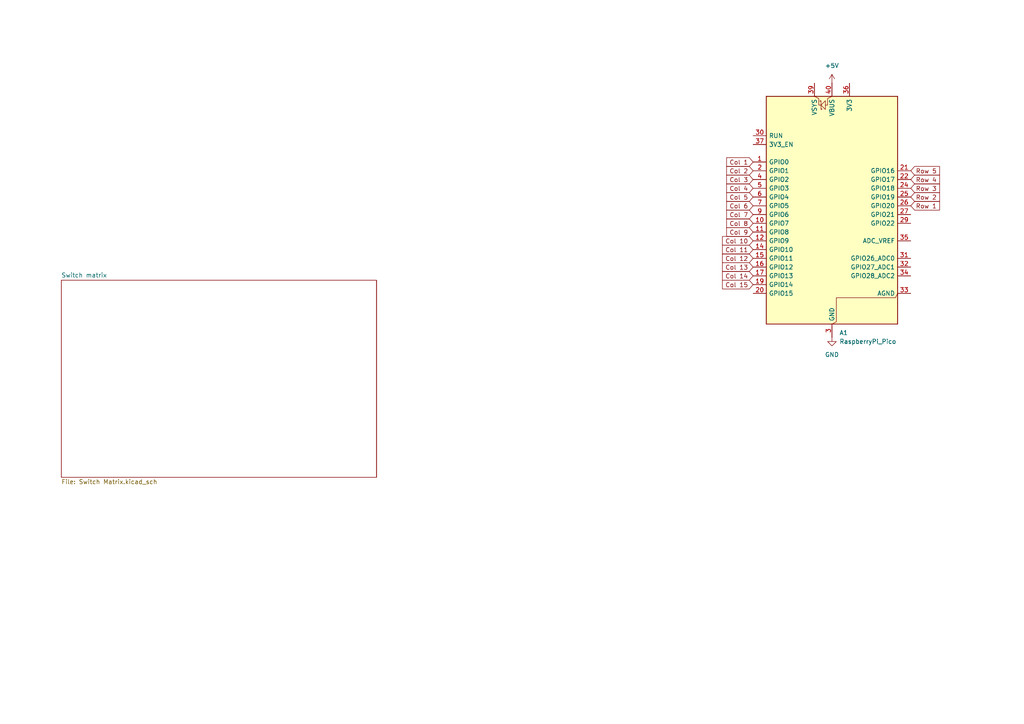
<source format=kicad_sch>
(kicad_sch
	(version 20250114)
	(generator "eeschema")
	(generator_version "9.0")
	(uuid "7183f0ad-b3bd-4d2a-a709-cc8eba9d554c")
	(paper "A4")
	(lib_symbols
		(symbol "MCU_Module:RaspberryPi_Pico"
			(pin_names
				(offset 0.762)
			)
			(exclude_from_sim no)
			(in_bom yes)
			(on_board yes)
			(property "Reference" "A"
				(at -19.05 35.56 0)
				(effects
					(font
						(size 1.27 1.27)
					)
					(justify left)
				)
			)
			(property "Value" "RaspberryPi_Pico"
				(at 7.62 35.56 0)
				(effects
					(font
						(size 1.27 1.27)
					)
					(justify left)
				)
			)
			(property "Footprint" "Module:RaspberryPi_Pico_Common_Unspecified"
				(at 0 -46.99 0)
				(effects
					(font
						(size 1.27 1.27)
					)
					(hide yes)
				)
			)
			(property "Datasheet" "https://datasheets.raspberrypi.com/pico/pico-datasheet.pdf"
				(at 0 -49.53 0)
				(effects
					(font
						(size 1.27 1.27)
					)
					(hide yes)
				)
			)
			(property "Description" "Versatile and inexpensive microcontroller module powered by RP2040 dual-core Arm Cortex-M0+ processor up to 133 MHz, 264kB SRAM, 2MB QSPI flash; also supports Raspberry Pi Pico 2"
				(at 0 -52.07 0)
				(effects
					(font
						(size 1.27 1.27)
					)
					(hide yes)
				)
			)
			(property "ki_keywords" "RP2350A M33 RISC-V Hazard3 usb"
				(at 0 0 0)
				(effects
					(font
						(size 1.27 1.27)
					)
					(hide yes)
				)
			)
			(property "ki_fp_filters" "RaspberryPi?Pico?Common* RaspberryPi?Pico?SMD*"
				(at 0 0 0)
				(effects
					(font
						(size 1.27 1.27)
					)
					(hide yes)
				)
			)
			(symbol "RaspberryPi_Pico_0_1"
				(rectangle
					(start -19.05 34.29)
					(end 19.05 -31.75)
					(stroke
						(width 0.254)
						(type default)
					)
					(fill
						(type background)
					)
				)
				(polyline
					(pts
						(xy -5.08 34.29) (xy -3.81 33.655) (xy -3.81 31.75) (xy -3.175 31.75)
					)
					(stroke
						(width 0)
						(type default)
					)
					(fill
						(type none)
					)
				)
				(polyline
					(pts
						(xy -3.429 32.766) (xy -3.429 33.02) (xy -3.175 33.02) (xy -3.175 30.48) (xy -2.921 30.48) (xy -2.921 30.734)
					)
					(stroke
						(width 0)
						(type default)
					)
					(fill
						(type none)
					)
				)
				(polyline
					(pts
						(xy -3.175 31.75) (xy -1.905 33.02) (xy -1.905 30.48) (xy -3.175 31.75)
					)
					(stroke
						(width 0)
						(type default)
					)
					(fill
						(type none)
					)
				)
				(polyline
					(pts
						(xy 0 34.29) (xy -1.27 33.655) (xy -1.27 31.75) (xy -1.905 31.75)
					)
					(stroke
						(width 0)
						(type default)
					)
					(fill
						(type none)
					)
				)
				(polyline
					(pts
						(xy 0 -31.75) (xy 1.27 -31.115) (xy 1.27 -24.13) (xy 18.415 -24.13) (xy 19.05 -22.86)
					)
					(stroke
						(width 0)
						(type default)
					)
					(fill
						(type none)
					)
				)
			)
			(symbol "RaspberryPi_Pico_1_1"
				(pin passive line
					(at -22.86 22.86 0)
					(length 3.81)
					(name "RUN"
						(effects
							(font
								(size 1.27 1.27)
							)
						)
					)
					(number "30"
						(effects
							(font
								(size 1.27 1.27)
							)
						)
					)
					(alternate "~{RESET}" passive line)
				)
				(pin passive line
					(at -22.86 20.32 0)
					(length 3.81)
					(name "3V3_EN"
						(effects
							(font
								(size 1.27 1.27)
							)
						)
					)
					(number "37"
						(effects
							(font
								(size 1.27 1.27)
							)
						)
					)
					(alternate "~{3V3_DISABLE}" passive line)
				)
				(pin bidirectional line
					(at -22.86 15.24 0)
					(length 3.81)
					(name "GPIO0"
						(effects
							(font
								(size 1.27 1.27)
							)
						)
					)
					(number "1"
						(effects
							(font
								(size 1.27 1.27)
							)
						)
					)
					(alternate "I2C0_SDA" bidirectional line)
					(alternate "PWM0_A" output line)
					(alternate "SPI0_RX" input line)
					(alternate "UART0_TX" output line)
					(alternate "USB_OVCUR_DET" input line)
				)
				(pin bidirectional line
					(at -22.86 12.7 0)
					(length 3.81)
					(name "GPIO1"
						(effects
							(font
								(size 1.27 1.27)
							)
						)
					)
					(number "2"
						(effects
							(font
								(size 1.27 1.27)
							)
						)
					)
					(alternate "I2C0_SCL" bidirectional clock)
					(alternate "PWM0_B" bidirectional line)
					(alternate "UART0_RX" input line)
					(alternate "USB_VBUS_DET" passive line)
					(alternate "~{SPI0_CSn}" bidirectional line)
				)
				(pin bidirectional line
					(at -22.86 10.16 0)
					(length 3.81)
					(name "GPIO2"
						(effects
							(font
								(size 1.27 1.27)
							)
						)
					)
					(number "4"
						(effects
							(font
								(size 1.27 1.27)
							)
						)
					)
					(alternate "I2C1_SDA" bidirectional line)
					(alternate "PWM1_A" output line)
					(alternate "SPI0_SCK" bidirectional clock)
					(alternate "UART0_CTS" input line)
					(alternate "USB_VBUS_EN" output line)
				)
				(pin bidirectional line
					(at -22.86 7.62 0)
					(length 3.81)
					(name "GPIO3"
						(effects
							(font
								(size 1.27 1.27)
							)
						)
					)
					(number "5"
						(effects
							(font
								(size 1.27 1.27)
							)
						)
					)
					(alternate "I2C1_SCL" bidirectional clock)
					(alternate "PWM1_B" bidirectional line)
					(alternate "SPI0_TX" output line)
					(alternate "UART0_RTS" output line)
					(alternate "USB_OVCUR_DET" input line)
				)
				(pin bidirectional line
					(at -22.86 5.08 0)
					(length 3.81)
					(name "GPIO4"
						(effects
							(font
								(size 1.27 1.27)
							)
						)
					)
					(number "6"
						(effects
							(font
								(size 1.27 1.27)
							)
						)
					)
					(alternate "I2C0_SDA" bidirectional line)
					(alternate "PWM2_A" output line)
					(alternate "SPI0_RX" input line)
					(alternate "UART1_TX" output line)
					(alternate "USB_VBUS_DET" input line)
				)
				(pin bidirectional line
					(at -22.86 2.54 0)
					(length 3.81)
					(name "GPIO5"
						(effects
							(font
								(size 1.27 1.27)
							)
						)
					)
					(number "7"
						(effects
							(font
								(size 1.27 1.27)
							)
						)
					)
					(alternate "I2C0_SCL" bidirectional clock)
					(alternate "PWM2_B" bidirectional line)
					(alternate "UART1_RX" input line)
					(alternate "USB_VBUS_EN" output line)
					(alternate "~{SPI0_CSn}" bidirectional line)
				)
				(pin bidirectional line
					(at -22.86 0 0)
					(length 3.81)
					(name "GPIO6"
						(effects
							(font
								(size 1.27 1.27)
							)
						)
					)
					(number "9"
						(effects
							(font
								(size 1.27 1.27)
							)
						)
					)
					(alternate "I2C1_SDA" bidirectional line)
					(alternate "PWM3_A" output line)
					(alternate "SPI0_SCK" bidirectional clock)
					(alternate "UART1_CTS" input line)
					(alternate "USB_OVCUR_DET" input line)
				)
				(pin bidirectional line
					(at -22.86 -2.54 0)
					(length 3.81)
					(name "GPIO7"
						(effects
							(font
								(size 1.27 1.27)
							)
						)
					)
					(number "10"
						(effects
							(font
								(size 1.27 1.27)
							)
						)
					)
					(alternate "I2C1_SCL" bidirectional clock)
					(alternate "PWM3_B" bidirectional line)
					(alternate "SPI0_TX" output line)
					(alternate "UART1_RTS" output line)
					(alternate "USB_VBUS_DET" input line)
				)
				(pin bidirectional line
					(at -22.86 -5.08 0)
					(length 3.81)
					(name "GPIO8"
						(effects
							(font
								(size 1.27 1.27)
							)
						)
					)
					(number "11"
						(effects
							(font
								(size 1.27 1.27)
							)
						)
					)
					(alternate "I2C0_SDA" bidirectional line)
					(alternate "PWM4_A" output line)
					(alternate "SPI1_RX" input line)
					(alternate "UART1_TX" output line)
					(alternate "USB_VBUS_EN" output line)
				)
				(pin bidirectional line
					(at -22.86 -7.62 0)
					(length 3.81)
					(name "GPIO9"
						(effects
							(font
								(size 1.27 1.27)
							)
						)
					)
					(number "12"
						(effects
							(font
								(size 1.27 1.27)
							)
						)
					)
					(alternate "I2C0_SCL" bidirectional clock)
					(alternate "PWM4_B" bidirectional line)
					(alternate "UART1_RX" input line)
					(alternate "USB_OVCUR_DET" input line)
					(alternate "~{SPI1_CSn}" bidirectional line)
				)
				(pin bidirectional line
					(at -22.86 -10.16 0)
					(length 3.81)
					(name "GPIO10"
						(effects
							(font
								(size 1.27 1.27)
							)
						)
					)
					(number "14"
						(effects
							(font
								(size 1.27 1.27)
							)
						)
					)
					(alternate "I2C1_SDA" bidirectional line)
					(alternate "PWM5_A" output line)
					(alternate "SPI1_SCK" bidirectional clock)
					(alternate "UART1_CTS" input line)
					(alternate "USB_VBUS_DET" input line)
				)
				(pin bidirectional line
					(at -22.86 -12.7 0)
					(length 3.81)
					(name "GPIO11"
						(effects
							(font
								(size 1.27 1.27)
							)
						)
					)
					(number "15"
						(effects
							(font
								(size 1.27 1.27)
							)
						)
					)
					(alternate "I2C1_SCL" bidirectional clock)
					(alternate "PWM5_B" bidirectional line)
					(alternate "SPI1_TX" output line)
					(alternate "UART1_RTS" output line)
					(alternate "USB_VBUS_EN" output line)
				)
				(pin bidirectional line
					(at -22.86 -15.24 0)
					(length 3.81)
					(name "GPIO12"
						(effects
							(font
								(size 1.27 1.27)
							)
						)
					)
					(number "16"
						(effects
							(font
								(size 1.27 1.27)
							)
						)
					)
					(alternate "I2C0_SDA" bidirectional line)
					(alternate "PWM6_A" output line)
					(alternate "SPI1_RX" input line)
					(alternate "UART0_TX" output line)
					(alternate "USB_OVCUR_DET" input line)
				)
				(pin bidirectional line
					(at -22.86 -17.78 0)
					(length 3.81)
					(name "GPIO13"
						(effects
							(font
								(size 1.27 1.27)
							)
						)
					)
					(number "17"
						(effects
							(font
								(size 1.27 1.27)
							)
						)
					)
					(alternate "I2C0_SCL" bidirectional clock)
					(alternate "PWM6_B" bidirectional line)
					(alternate "UART0_RX" input line)
					(alternate "USB_VBUS_DET" input line)
					(alternate "~{SPI1_CSn}" bidirectional line)
				)
				(pin bidirectional line
					(at -22.86 -20.32 0)
					(length 3.81)
					(name "GPIO14"
						(effects
							(font
								(size 1.27 1.27)
							)
						)
					)
					(number "19"
						(effects
							(font
								(size 1.27 1.27)
							)
						)
					)
					(alternate "I2C1_SDA" bidirectional line)
					(alternate "PWM7_A" output line)
					(alternate "SPI1_SCK" bidirectional clock)
					(alternate "UART0_CTS" input line)
					(alternate "USB_VBUS_EN" output line)
				)
				(pin bidirectional line
					(at -22.86 -22.86 0)
					(length 3.81)
					(name "GPIO15"
						(effects
							(font
								(size 1.27 1.27)
							)
						)
					)
					(number "20"
						(effects
							(font
								(size 1.27 1.27)
							)
						)
					)
					(alternate "I2C1_SCL" bidirectional clock)
					(alternate "PWM7_B" bidirectional line)
					(alternate "SPI1_TX" output line)
					(alternate "UART0_RTS" output line)
					(alternate "USB_OVCUR_DET" input line)
				)
				(pin power_in line
					(at -5.08 38.1 270)
					(length 3.81)
					(name "VSYS"
						(effects
							(font
								(size 1.27 1.27)
							)
						)
					)
					(number "39"
						(effects
							(font
								(size 1.27 1.27)
							)
						)
					)
					(alternate "VSYS_OUT" power_out line)
				)
				(pin power_out line
					(at 0 38.1 270)
					(length 3.81)
					(name "VBUS"
						(effects
							(font
								(size 1.27 1.27)
							)
						)
					)
					(number "40"
						(effects
							(font
								(size 1.27 1.27)
							)
						)
					)
					(alternate "VBUS_IN" power_in line)
				)
				(pin passive line
					(at 0 -35.56 90)
					(length 3.81)
					(hide yes)
					(name "GND"
						(effects
							(font
								(size 1.27 1.27)
							)
						)
					)
					(number "13"
						(effects
							(font
								(size 1.27 1.27)
							)
						)
					)
				)
				(pin passive line
					(at 0 -35.56 90)
					(length 3.81)
					(hide yes)
					(name "GND"
						(effects
							(font
								(size 1.27 1.27)
							)
						)
					)
					(number "18"
						(effects
							(font
								(size 1.27 1.27)
							)
						)
					)
				)
				(pin passive line
					(at 0 -35.56 90)
					(length 3.81)
					(hide yes)
					(name "GND"
						(effects
							(font
								(size 1.27 1.27)
							)
						)
					)
					(number "23"
						(effects
							(font
								(size 1.27 1.27)
							)
						)
					)
				)
				(pin passive line
					(at 0 -35.56 90)
					(length 3.81)
					(hide yes)
					(name "GND"
						(effects
							(font
								(size 1.27 1.27)
							)
						)
					)
					(number "28"
						(effects
							(font
								(size 1.27 1.27)
							)
						)
					)
				)
				(pin power_out line
					(at 0 -35.56 90)
					(length 3.81)
					(name "GND"
						(effects
							(font
								(size 1.27 1.27)
							)
						)
					)
					(number "3"
						(effects
							(font
								(size 1.27 1.27)
							)
						)
					)
					(alternate "GND_IN" power_in line)
				)
				(pin passive line
					(at 0 -35.56 90)
					(length 3.81)
					(hide yes)
					(name "GND"
						(effects
							(font
								(size 1.27 1.27)
							)
						)
					)
					(number "38"
						(effects
							(font
								(size 1.27 1.27)
							)
						)
					)
				)
				(pin passive line
					(at 0 -35.56 90)
					(length 3.81)
					(hide yes)
					(name "GND"
						(effects
							(font
								(size 1.27 1.27)
							)
						)
					)
					(number "8"
						(effects
							(font
								(size 1.27 1.27)
							)
						)
					)
				)
				(pin power_out line
					(at 5.08 38.1 270)
					(length 3.81)
					(name "3V3"
						(effects
							(font
								(size 1.27 1.27)
							)
						)
					)
					(number "36"
						(effects
							(font
								(size 1.27 1.27)
							)
						)
					)
				)
				(pin bidirectional line
					(at 22.86 12.7 180)
					(length 3.81)
					(name "GPIO16"
						(effects
							(font
								(size 1.27 1.27)
							)
						)
					)
					(number "21"
						(effects
							(font
								(size 1.27 1.27)
							)
						)
					)
					(alternate "I2C0_SDA" bidirectional line)
					(alternate "PWM0_A" output line)
					(alternate "SPI0_RX" input line)
					(alternate "UART0_TX" output line)
					(alternate "USB_VBUS_DET" input line)
				)
				(pin bidirectional line
					(at 22.86 10.16 180)
					(length 3.81)
					(name "GPIO17"
						(effects
							(font
								(size 1.27 1.27)
							)
						)
					)
					(number "22"
						(effects
							(font
								(size 1.27 1.27)
							)
						)
					)
					(alternate "I2C0_SCL" bidirectional clock)
					(alternate "PWM0_B" bidirectional line)
					(alternate "UART0_RX" input line)
					(alternate "USB_VBUS_EN" output line)
					(alternate "~{SPI0_CSn}" bidirectional line)
				)
				(pin bidirectional line
					(at 22.86 7.62 180)
					(length 3.81)
					(name "GPIO18"
						(effects
							(font
								(size 1.27 1.27)
							)
						)
					)
					(number "24"
						(effects
							(font
								(size 1.27 1.27)
							)
						)
					)
					(alternate "I2C1_SDA" bidirectional line)
					(alternate "PWM1_A" output line)
					(alternate "SPI0_SCK" bidirectional clock)
					(alternate "UART0_CTS" input line)
					(alternate "USB_OVCUR_DET" input line)
				)
				(pin bidirectional line
					(at 22.86 5.08 180)
					(length 3.81)
					(name "GPIO19"
						(effects
							(font
								(size 1.27 1.27)
							)
						)
					)
					(number "25"
						(effects
							(font
								(size 1.27 1.27)
							)
						)
					)
					(alternate "I2C1_SCL" bidirectional clock)
					(alternate "PWM1_B" bidirectional line)
					(alternate "SPI0_TX" output line)
					(alternate "UART0_RTS" output line)
					(alternate "USB_VBUS_DET" input line)
				)
				(pin bidirectional line
					(at 22.86 2.54 180)
					(length 3.81)
					(name "GPIO20"
						(effects
							(font
								(size 1.27 1.27)
							)
						)
					)
					(number "26"
						(effects
							(font
								(size 1.27 1.27)
							)
						)
					)
					(alternate "CLOCK_GPIN0" input clock)
					(alternate "I2C0_SDA" bidirectional line)
					(alternate "PWM2_A" output line)
					(alternate "SPI0_RX" input line)
					(alternate "UART1_TX" output line)
					(alternate "USB_VBUS_EN" output line)
				)
				(pin bidirectional line
					(at 22.86 0 180)
					(length 3.81)
					(name "GPIO21"
						(effects
							(font
								(size 1.27 1.27)
							)
						)
					)
					(number "27"
						(effects
							(font
								(size 1.27 1.27)
							)
						)
					)
					(alternate "CLOCK_GPOUT0" output clock)
					(alternate "I2C0_SCL" bidirectional clock)
					(alternate "PWM2_B" bidirectional line)
					(alternate "UART1_RX" input line)
					(alternate "USB_OVCUR_DET" input line)
					(alternate "~{SPI0_CSn}" bidirectional line)
				)
				(pin bidirectional line
					(at 22.86 -2.54 180)
					(length 3.81)
					(name "GPIO22"
						(effects
							(font
								(size 1.27 1.27)
							)
						)
					)
					(number "29"
						(effects
							(font
								(size 1.27 1.27)
							)
						)
					)
					(alternate "CLOCK_GPIN1" input clock)
					(alternate "I2C1_SDA" bidirectional line)
					(alternate "PWM3_A" output line)
					(alternate "SPI0_SCK" bidirectional clock)
					(alternate "UART1_CTS" input line)
					(alternate "USB_VBUS_DET" input line)
				)
				(pin power_in line
					(at 22.86 -7.62 180)
					(length 3.81)
					(name "ADC_VREF"
						(effects
							(font
								(size 1.27 1.27)
							)
						)
					)
					(number "35"
						(effects
							(font
								(size 1.27 1.27)
							)
						)
					)
				)
				(pin bidirectional line
					(at 22.86 -12.7 180)
					(length 3.81)
					(name "GPIO26_ADC0"
						(effects
							(font
								(size 1.27 1.27)
							)
						)
					)
					(number "31"
						(effects
							(font
								(size 1.27 1.27)
							)
						)
					)
					(alternate "ADC0" input line)
					(alternate "GPIO26" bidirectional line)
					(alternate "I2C1_SDA" bidirectional line)
					(alternate "PWM5_A" output line)
					(alternate "SPI1_SCK" bidirectional clock)
					(alternate "UART1_CTS" input line)
					(alternate "USB_VBUS_EN" output line)
				)
				(pin bidirectional line
					(at 22.86 -15.24 180)
					(length 3.81)
					(name "GPIO27_ADC1"
						(effects
							(font
								(size 1.27 1.27)
							)
						)
					)
					(number "32"
						(effects
							(font
								(size 1.27 1.27)
							)
						)
					)
					(alternate "ADC1" input line)
					(alternate "GPIO27" bidirectional line)
					(alternate "I2C1_SCL" bidirectional clock)
					(alternate "PWM5_B" bidirectional line)
					(alternate "SPI1_TX" output line)
					(alternate "UART1_RTS" output line)
					(alternate "USB_OVCUR_DET" input line)
				)
				(pin bidirectional line
					(at 22.86 -17.78 180)
					(length 3.81)
					(name "GPIO28_ADC2"
						(effects
							(font
								(size 1.27 1.27)
							)
						)
					)
					(number "34"
						(effects
							(font
								(size 1.27 1.27)
							)
						)
					)
					(alternate "ADC2" input line)
					(alternate "GPIO28" bidirectional line)
					(alternate "I2C0_SDA" bidirectional line)
					(alternate "PWM6_A" output line)
					(alternate "SPI1_RX" input line)
					(alternate "UART0_TX" output line)
					(alternate "USB_VBUS_DET" input line)
				)
				(pin power_out line
					(at 22.86 -22.86 180)
					(length 3.81)
					(name "AGND"
						(effects
							(font
								(size 1.27 1.27)
							)
						)
					)
					(number "33"
						(effects
							(font
								(size 1.27 1.27)
							)
						)
					)
					(alternate "GND" passive line)
				)
			)
			(embedded_fonts no)
		)
		(symbol "power:+5V"
			(power)
			(pin_numbers
				(hide yes)
			)
			(pin_names
				(offset 0)
				(hide yes)
			)
			(exclude_from_sim no)
			(in_bom yes)
			(on_board yes)
			(property "Reference" "#PWR"
				(at 0 -3.81 0)
				(effects
					(font
						(size 1.27 1.27)
					)
					(hide yes)
				)
			)
			(property "Value" "+5V"
				(at 0 3.556 0)
				(effects
					(font
						(size 1.27 1.27)
					)
				)
			)
			(property "Footprint" ""
				(at 0 0 0)
				(effects
					(font
						(size 1.27 1.27)
					)
					(hide yes)
				)
			)
			(property "Datasheet" ""
				(at 0 0 0)
				(effects
					(font
						(size 1.27 1.27)
					)
					(hide yes)
				)
			)
			(property "Description" "Power symbol creates a global label with name \"+5V\""
				(at 0 0 0)
				(effects
					(font
						(size 1.27 1.27)
					)
					(hide yes)
				)
			)
			(property "ki_keywords" "global power"
				(at 0 0 0)
				(effects
					(font
						(size 1.27 1.27)
					)
					(hide yes)
				)
			)
			(symbol "+5V_0_1"
				(polyline
					(pts
						(xy -0.762 1.27) (xy 0 2.54)
					)
					(stroke
						(width 0)
						(type default)
					)
					(fill
						(type none)
					)
				)
				(polyline
					(pts
						(xy 0 2.54) (xy 0.762 1.27)
					)
					(stroke
						(width 0)
						(type default)
					)
					(fill
						(type none)
					)
				)
				(polyline
					(pts
						(xy 0 0) (xy 0 2.54)
					)
					(stroke
						(width 0)
						(type default)
					)
					(fill
						(type none)
					)
				)
			)
			(symbol "+5V_1_1"
				(pin power_in line
					(at 0 0 90)
					(length 0)
					(name "~"
						(effects
							(font
								(size 1.27 1.27)
							)
						)
					)
					(number "1"
						(effects
							(font
								(size 1.27 1.27)
							)
						)
					)
				)
			)
			(embedded_fonts no)
		)
		(symbol "power:GND"
			(power)
			(pin_numbers
				(hide yes)
			)
			(pin_names
				(offset 0)
				(hide yes)
			)
			(exclude_from_sim no)
			(in_bom yes)
			(on_board yes)
			(property "Reference" "#PWR"
				(at 0 -6.35 0)
				(effects
					(font
						(size 1.27 1.27)
					)
					(hide yes)
				)
			)
			(property "Value" "GND"
				(at 0 -3.81 0)
				(effects
					(font
						(size 1.27 1.27)
					)
				)
			)
			(property "Footprint" ""
				(at 0 0 0)
				(effects
					(font
						(size 1.27 1.27)
					)
					(hide yes)
				)
			)
			(property "Datasheet" ""
				(at 0 0 0)
				(effects
					(font
						(size 1.27 1.27)
					)
					(hide yes)
				)
			)
			(property "Description" "Power symbol creates a global label with name \"GND\" , ground"
				(at 0 0 0)
				(effects
					(font
						(size 1.27 1.27)
					)
					(hide yes)
				)
			)
			(property "ki_keywords" "global power"
				(at 0 0 0)
				(effects
					(font
						(size 1.27 1.27)
					)
					(hide yes)
				)
			)
			(symbol "GND_0_1"
				(polyline
					(pts
						(xy 0 0) (xy 0 -1.27) (xy 1.27 -1.27) (xy 0 -2.54) (xy -1.27 -1.27) (xy 0 -1.27)
					)
					(stroke
						(width 0)
						(type default)
					)
					(fill
						(type none)
					)
				)
			)
			(symbol "GND_1_1"
				(pin power_in line
					(at 0 0 270)
					(length 0)
					(name "~"
						(effects
							(font
								(size 1.27 1.27)
							)
						)
					)
					(number "1"
						(effects
							(font
								(size 1.27 1.27)
							)
						)
					)
				)
			)
			(embedded_fonts no)
		)
	)
	(global_label "Col 10"
		(shape input)
		(at 218.44 69.85 180)
		(fields_autoplaced yes)
		(effects
			(font
				(size 1.27 1.27)
			)
			(justify right)
		)
		(uuid "0d324f70-8adf-4eb9-9a95-eee0089be9fd")
		(property "Intersheetrefs" "${INTERSHEET_REFS}"
			(at 208.984 69.85 0)
			(effects
				(font
					(size 1.27 1.27)
				)
				(justify right)
				(hide yes)
			)
		)
	)
	(global_label "Col 5"
		(shape input)
		(at 218.44 57.15 180)
		(fields_autoplaced yes)
		(effects
			(font
				(size 1.27 1.27)
			)
			(justify right)
		)
		(uuid "17677b1a-f842-4a72-b103-9e662c782cc7")
		(property "Intersheetrefs" "${INTERSHEET_REFS}"
			(at 210.1935 57.15 0)
			(effects
				(font
					(size 1.27 1.27)
				)
				(justify right)
				(hide yes)
			)
		)
	)
	(global_label "Row 4"
		(shape input)
		(at 264.16 52.07 0)
		(fields_autoplaced yes)
		(effects
			(font
				(size 1.27 1.27)
			)
			(justify left)
		)
		(uuid "1a5eb61b-a0b3-4f4a-a0b7-b6fb99a5cf84")
		(property "Intersheetrefs" "${INTERSHEET_REFS}"
			(at 273.0718 52.07 0)
			(effects
				(font
					(size 1.27 1.27)
				)
				(justify left)
				(hide yes)
			)
		)
	)
	(global_label "Row 1"
		(shape input)
		(at 264.16 59.69 0)
		(fields_autoplaced yes)
		(effects
			(font
				(size 1.27 1.27)
			)
			(justify left)
		)
		(uuid "1eda86dc-8275-4d3b-ac95-780925f4b47c")
		(property "Intersheetrefs" "${INTERSHEET_REFS}"
			(at 273.0718 59.69 0)
			(effects
				(font
					(size 1.27 1.27)
				)
				(justify left)
				(hide yes)
			)
		)
	)
	(global_label "Col 3"
		(shape input)
		(at 218.44 52.07 180)
		(fields_autoplaced yes)
		(effects
			(font
				(size 1.27 1.27)
			)
			(justify right)
		)
		(uuid "2056e688-9f14-4db2-ad75-c739672503f8")
		(property "Intersheetrefs" "${INTERSHEET_REFS}"
			(at 210.1935 52.07 0)
			(effects
				(font
					(size 1.27 1.27)
				)
				(justify right)
				(hide yes)
			)
		)
	)
	(global_label "Col 9"
		(shape input)
		(at 218.44 67.31 180)
		(fields_autoplaced yes)
		(effects
			(font
				(size 1.27 1.27)
			)
			(justify right)
		)
		(uuid "24e344c1-7fb5-419d-91f0-dbead4c64fe1")
		(property "Intersheetrefs" "${INTERSHEET_REFS}"
			(at 210.1935 67.31 0)
			(effects
				(font
					(size 1.27 1.27)
				)
				(justify right)
				(hide yes)
			)
		)
	)
	(global_label "Col 14"
		(shape input)
		(at 218.44 80.01 180)
		(fields_autoplaced yes)
		(effects
			(font
				(size 1.27 1.27)
			)
			(justify right)
		)
		(uuid "2f11e497-cc22-44f6-8543-9237c60c36fe")
		(property "Intersheetrefs" "${INTERSHEET_REFS}"
			(at 208.984 80.01 0)
			(effects
				(font
					(size 1.27 1.27)
				)
				(justify right)
				(hide yes)
			)
		)
	)
	(global_label "Col 8"
		(shape input)
		(at 218.44 64.77 180)
		(fields_autoplaced yes)
		(effects
			(font
				(size 1.27 1.27)
			)
			(justify right)
		)
		(uuid "37c0cb10-463a-4568-9229-0cad2eeccd9c")
		(property "Intersheetrefs" "${INTERSHEET_REFS}"
			(at 210.1935 64.77 0)
			(effects
				(font
					(size 1.27 1.27)
				)
				(justify right)
				(hide yes)
			)
		)
	)
	(global_label "Col 12"
		(shape input)
		(at 218.44 74.93 180)
		(fields_autoplaced yes)
		(effects
			(font
				(size 1.27 1.27)
			)
			(justify right)
		)
		(uuid "3ea7bc1c-05ab-4bcb-8ce2-364b20a0b889")
		(property "Intersheetrefs" "${INTERSHEET_REFS}"
			(at 208.984 74.93 0)
			(effects
				(font
					(size 1.27 1.27)
				)
				(justify right)
				(hide yes)
			)
		)
	)
	(global_label "Col 4"
		(shape input)
		(at 218.44 54.61 180)
		(fields_autoplaced yes)
		(effects
			(font
				(size 1.27 1.27)
			)
			(justify right)
		)
		(uuid "430d1182-ae19-4a83-847a-52da2a42ce91")
		(property "Intersheetrefs" "${INTERSHEET_REFS}"
			(at 210.1935 54.61 0)
			(effects
				(font
					(size 1.27 1.27)
				)
				(justify right)
				(hide yes)
			)
		)
	)
	(global_label "Col 13"
		(shape input)
		(at 218.44 77.47 180)
		(fields_autoplaced yes)
		(effects
			(font
				(size 1.27 1.27)
			)
			(justify right)
		)
		(uuid "4b0fcd13-75e3-4d15-96ba-19bc780eea53")
		(property "Intersheetrefs" "${INTERSHEET_REFS}"
			(at 208.984 77.47 0)
			(effects
				(font
					(size 1.27 1.27)
				)
				(justify right)
				(hide yes)
			)
		)
	)
	(global_label "Row 3"
		(shape input)
		(at 264.16 54.61 0)
		(fields_autoplaced yes)
		(effects
			(font
				(size 1.27 1.27)
			)
			(justify left)
		)
		(uuid "56cf8638-fc5b-4030-94c7-020b5a424f0e")
		(property "Intersheetrefs" "${INTERSHEET_REFS}"
			(at 273.0718 54.61 0)
			(effects
				(font
					(size 1.27 1.27)
				)
				(justify left)
				(hide yes)
			)
		)
	)
	(global_label "Col 6"
		(shape input)
		(at 218.44 59.69 180)
		(fields_autoplaced yes)
		(effects
			(font
				(size 1.27 1.27)
			)
			(justify right)
		)
		(uuid "58e979cd-f4ca-42d9-9f40-d209645c1846")
		(property "Intersheetrefs" "${INTERSHEET_REFS}"
			(at 210.1935 59.69 0)
			(effects
				(font
					(size 1.27 1.27)
				)
				(justify right)
				(hide yes)
			)
		)
	)
	(global_label "Row 2"
		(shape input)
		(at 264.16 57.15 0)
		(fields_autoplaced yes)
		(effects
			(font
				(size 1.27 1.27)
			)
			(justify left)
		)
		(uuid "5e5df746-940e-4b98-b14d-e3016a5b0601")
		(property "Intersheetrefs" "${INTERSHEET_REFS}"
			(at 273.0718 57.15 0)
			(effects
				(font
					(size 1.27 1.27)
				)
				(justify left)
				(hide yes)
			)
		)
	)
	(global_label "Col 2"
		(shape input)
		(at 218.44 49.53 180)
		(fields_autoplaced yes)
		(effects
			(font
				(size 1.27 1.27)
			)
			(justify right)
		)
		(uuid "6cd6b839-838d-4f65-bd1e-fc10d634cce9")
		(property "Intersheetrefs" "${INTERSHEET_REFS}"
			(at 210.1935 49.53 0)
			(effects
				(font
					(size 1.27 1.27)
				)
				(justify right)
				(hide yes)
			)
		)
	)
	(global_label "Col 11"
		(shape input)
		(at 218.44 72.39 180)
		(fields_autoplaced yes)
		(effects
			(font
				(size 1.27 1.27)
			)
			(justify right)
		)
		(uuid "80cfe741-d463-40a0-b1bf-3bff0ccd51f9")
		(property "Intersheetrefs" "${INTERSHEET_REFS}"
			(at 208.984 72.39 0)
			(effects
				(font
					(size 1.27 1.27)
				)
				(justify right)
				(hide yes)
			)
		)
	)
	(global_label "Col 15"
		(shape input)
		(at 218.44 82.55 180)
		(fields_autoplaced yes)
		(effects
			(font
				(size 1.27 1.27)
			)
			(justify right)
		)
		(uuid "8412f988-0b47-4d25-9b37-7e78516d8296")
		(property "Intersheetrefs" "${INTERSHEET_REFS}"
			(at 208.984 82.55 0)
			(effects
				(font
					(size 1.27 1.27)
				)
				(justify right)
				(hide yes)
			)
		)
	)
	(global_label "Col 1"
		(shape input)
		(at 218.44 46.99 180)
		(fields_autoplaced yes)
		(effects
			(font
				(size 1.27 1.27)
			)
			(justify right)
		)
		(uuid "d5c8a116-f550-48ae-a4bc-43234678c163")
		(property "Intersheetrefs" "${INTERSHEET_REFS}"
			(at 210.1935 46.99 0)
			(effects
				(font
					(size 1.27 1.27)
				)
				(justify right)
				(hide yes)
			)
		)
	)
	(global_label "Row 5"
		(shape input)
		(at 264.16 49.53 0)
		(fields_autoplaced yes)
		(effects
			(font
				(size 1.27 1.27)
			)
			(justify left)
		)
		(uuid "e4c72cd7-7faa-4086-8506-2059e103ecb5")
		(property "Intersheetrefs" "${INTERSHEET_REFS}"
			(at 273.0718 49.53 0)
			(effects
				(font
					(size 1.27 1.27)
				)
				(justify left)
				(hide yes)
			)
		)
	)
	(global_label "Col 7"
		(shape input)
		(at 218.44 62.23 180)
		(fields_autoplaced yes)
		(effects
			(font
				(size 1.27 1.27)
			)
			(justify right)
		)
		(uuid "e9d9ceee-c8e2-4ded-81d1-c13a018769ad")
		(property "Intersheetrefs" "${INTERSHEET_REFS}"
			(at 210.1935 62.23 0)
			(effects
				(font
					(size 1.27 1.27)
				)
				(justify right)
				(hide yes)
			)
		)
	)
	(symbol
		(lib_id "power:GND")
		(at 241.3 97.79 0)
		(unit 1)
		(exclude_from_sim no)
		(in_bom yes)
		(on_board yes)
		(dnp no)
		(fields_autoplaced yes)
		(uuid "0b89639d-ab8c-4fe1-9260-607b2693af9a")
		(property "Reference" "#PWR03"
			(at 241.3 104.14 0)
			(effects
				(font
					(size 1.27 1.27)
				)
				(hide yes)
			)
		)
		(property "Value" "GND"
			(at 241.3 102.87 0)
			(effects
				(font
					(size 1.27 1.27)
				)
			)
		)
		(property "Footprint" ""
			(at 241.3 97.79 0)
			(effects
				(font
					(size 1.27 1.27)
				)
				(hide yes)
			)
		)
		(property "Datasheet" ""
			(at 241.3 97.79 0)
			(effects
				(font
					(size 1.27 1.27)
				)
				(hide yes)
			)
		)
		(property "Description" "Power symbol creates a global label with name \"GND\" , ground"
			(at 241.3 97.79 0)
			(effects
				(font
					(size 1.27 1.27)
				)
				(hide yes)
			)
		)
		(pin "1"
			(uuid "e2d2cd65-ae26-4a6f-ab12-8ed416989f75")
		)
		(instances
			(project ""
				(path "/7183f0ad-b3bd-4d2a-a709-cc8eba9d554c"
					(reference "#PWR03")
					(unit 1)
				)
			)
		)
	)
	(symbol
		(lib_id "MCU_Module:RaspberryPi_Pico")
		(at 241.3 62.23 0)
		(unit 1)
		(exclude_from_sim no)
		(in_bom yes)
		(on_board yes)
		(dnp no)
		(fields_autoplaced yes)
		(uuid "2085cadc-639a-4ffe-8525-9a72dcbe3d78")
		(property "Reference" "A1"
			(at 243.4433 96.52 0)
			(effects
				(font
					(size 1.27 1.27)
				)
				(justify left)
			)
		)
		(property "Value" "RaspberryPi_Pico"
			(at 243.4433 99.06 0)
			(effects
				(font
					(size 1.27 1.27)
				)
				(justify left)
			)
		)
		(property "Footprint" "Module:RaspberryPi_Pico_Common_THT"
			(at 241.3 109.22 0)
			(effects
				(font
					(size 1.27 1.27)
				)
				(hide yes)
			)
		)
		(property "Datasheet" "https://datasheets.raspberrypi.com/pico/pico-datasheet.pdf"
			(at 241.3 111.76 0)
			(effects
				(font
					(size 1.27 1.27)
				)
				(hide yes)
			)
		)
		(property "Description" "Versatile and inexpensive microcontroller module powered by RP2040 dual-core Arm Cortex-M0+ processor up to 133 MHz, 264kB SRAM, 2MB QSPI flash; also supports Raspberry Pi Pico 2"
			(at 241.3 114.3 0)
			(effects
				(font
					(size 1.27 1.27)
				)
				(hide yes)
			)
		)
		(pin "2"
			(uuid "02e73a25-f44e-40a9-ab7c-4c3cb348fa80")
		)
		(pin "22"
			(uuid "8a3e7e52-3815-44f4-b548-57a2b9d82b72")
		)
		(pin "24"
			(uuid "913e58d5-28b8-4b01-a093-9045ee6baafd")
		)
		(pin "6"
			(uuid "eaa928eb-803e-4439-89f1-7e370c07ccac")
		)
		(pin "5"
			(uuid "c263a835-69f1-45ed-a31d-f9eeda0d7b61")
		)
		(pin "30"
			(uuid "c8d6f793-91bf-4427-9aef-eb6f5bb4cb17")
		)
		(pin "9"
			(uuid "624f828f-d401-4558-a481-f56b4061fbd5")
		)
		(pin "14"
			(uuid "d26cf851-3a1b-433b-950a-d98c22e79a84")
		)
		(pin "17"
			(uuid "2f81dc8e-63e2-4d9b-bb79-45ed330bce5c")
		)
		(pin "11"
			(uuid "d309269e-1107-4864-86d1-8228451a41a0")
		)
		(pin "20"
			(uuid "07fa0ccd-dd47-4d7a-9441-a6501a3b98f2")
		)
		(pin "15"
			(uuid "88188145-df5b-489d-baba-e535b4e75734")
		)
		(pin "39"
			(uuid "25839800-eba1-40cd-84cc-4f08bc13d22c")
		)
		(pin "7"
			(uuid "cd27da3b-227a-4bbe-b12e-e5830bbfbc83")
		)
		(pin "37"
			(uuid "9d6947fc-f336-4de9-b2c6-c124f815313b")
		)
		(pin "10"
			(uuid "f202990d-c8a0-43ef-be83-0b5dac10b290")
		)
		(pin "4"
			(uuid "27142974-3abf-492c-89a5-92850bf73288")
		)
		(pin "18"
			(uuid "a7200e76-6b13-4dd3-bf12-4b366b45c701")
		)
		(pin "23"
			(uuid "f6be2c80-bacd-4535-bdc7-ac6cf62840e6")
		)
		(pin "16"
			(uuid "65c9681a-26b6-4831-9140-0f6be7eb8de7")
		)
		(pin "28"
			(uuid "2cc87298-51d7-42ad-9be2-d6ebac89199d")
		)
		(pin "19"
			(uuid "74d775e2-a8ed-41de-b718-3537cf44e16b")
		)
		(pin "12"
			(uuid "5be2edc1-7f79-4793-a390-b4ec5d938386")
		)
		(pin "1"
			(uuid "24d2ce79-7169-4d9a-b491-523a62567f43")
		)
		(pin "40"
			(uuid "b216c8c7-9392-4f9c-adf3-82944de9609c")
		)
		(pin "13"
			(uuid "abc02766-5daa-49e5-adc4-81fe2900c819")
		)
		(pin "3"
			(uuid "26f6f794-2ec3-4491-856b-d6eec579f6fa")
		)
		(pin "38"
			(uuid "1de03c0b-9e9a-4f93-bae0-f46d4cb4c772")
		)
		(pin "8"
			(uuid "724eb31b-6afa-4328-9c66-9b9803072e76")
		)
		(pin "36"
			(uuid "d58fa899-2f23-4139-a9be-aba7fd3e7dbc")
		)
		(pin "21"
			(uuid "98af69d2-48ce-4f1e-9a83-0484bfca4a69")
		)
		(pin "29"
			(uuid "4f4ca63a-99ac-4fcc-8a36-fb8783f1a631")
		)
		(pin "33"
			(uuid "63733c98-10a8-4598-b06f-e3a957a66f72")
		)
		(pin "34"
			(uuid "8cf3ef81-faa8-42fd-b81d-18a061373435")
		)
		(pin "26"
			(uuid "a7621717-6278-4b4e-a55d-7e9df8018c28")
		)
		(pin "35"
			(uuid "027e2fb2-c920-4595-bda7-24375d60f4dc")
		)
		(pin "32"
			(uuid "2585c98a-1964-4251-ae4a-c38b7993dfd1")
		)
		(pin "27"
			(uuid "756eafce-768e-4919-ae2a-91371d590ef7")
		)
		(pin "31"
			(uuid "1fe9ceb0-f162-4df6-ad9e-795036a62317")
		)
		(pin "25"
			(uuid "5fdfb51f-2bde-4f6a-8974-d455b1d2279c")
		)
		(instances
			(project ""
				(path "/7183f0ad-b3bd-4d2a-a709-cc8eba9d554c"
					(reference "A1")
					(unit 1)
				)
			)
		)
	)
	(symbol
		(lib_id "power:+5V")
		(at 241.3 24.13 0)
		(unit 1)
		(exclude_from_sim no)
		(in_bom yes)
		(on_board yes)
		(dnp no)
		(fields_autoplaced yes)
		(uuid "dc3e79ce-d2e7-4ffd-9246-ad40a46f64b8")
		(property "Reference" "#PWR04"
			(at 241.3 27.94 0)
			(effects
				(font
					(size 1.27 1.27)
				)
				(hide yes)
			)
		)
		(property "Value" "+5V"
			(at 241.3 19.05 0)
			(effects
				(font
					(size 1.27 1.27)
				)
			)
		)
		(property "Footprint" ""
			(at 241.3 24.13 0)
			(effects
				(font
					(size 1.27 1.27)
				)
				(hide yes)
			)
		)
		(property "Datasheet" ""
			(at 241.3 24.13 0)
			(effects
				(font
					(size 1.27 1.27)
				)
				(hide yes)
			)
		)
		(property "Description" "Power symbol creates a global label with name \"+5V\""
			(at 241.3 24.13 0)
			(effects
				(font
					(size 1.27 1.27)
				)
				(hide yes)
			)
		)
		(pin "1"
			(uuid "36d89dc1-7617-44fc-a336-b70ec3aa6c66")
		)
		(instances
			(project ""
				(path "/7183f0ad-b3bd-4d2a-a709-cc8eba9d554c"
					(reference "#PWR04")
					(unit 1)
				)
			)
		)
	)
	(sheet
		(at 17.78 81.28)
		(size 91.44 57.15)
		(exclude_from_sim no)
		(in_bom yes)
		(on_board yes)
		(dnp no)
		(fields_autoplaced yes)
		(stroke
			(width 0.1524)
			(type solid)
		)
		(fill
			(color 0 0 0 0.0000)
		)
		(uuid "52a642fe-c351-4743-a2ec-fe6e652d43b4")
		(property "Sheetname" "Switch matrix"
			(at 17.78 80.5684 0)
			(effects
				(font
					(size 1.27 1.27)
				)
				(justify left bottom)
			)
		)
		(property "Sheetfile" "Switch Matrix.kicad_sch"
			(at 17.78 139.0146 0)
			(effects
				(font
					(size 1.27 1.27)
				)
				(justify left top)
			)
		)
		(instances
			(project "Keyboard lol"
				(path "/7183f0ad-b3bd-4d2a-a709-cc8eba9d554c"
					(page "2")
				)
			)
		)
	)
	(sheet_instances
		(path "/"
			(page "1")
		)
	)
	(embedded_fonts no)
)

</source>
